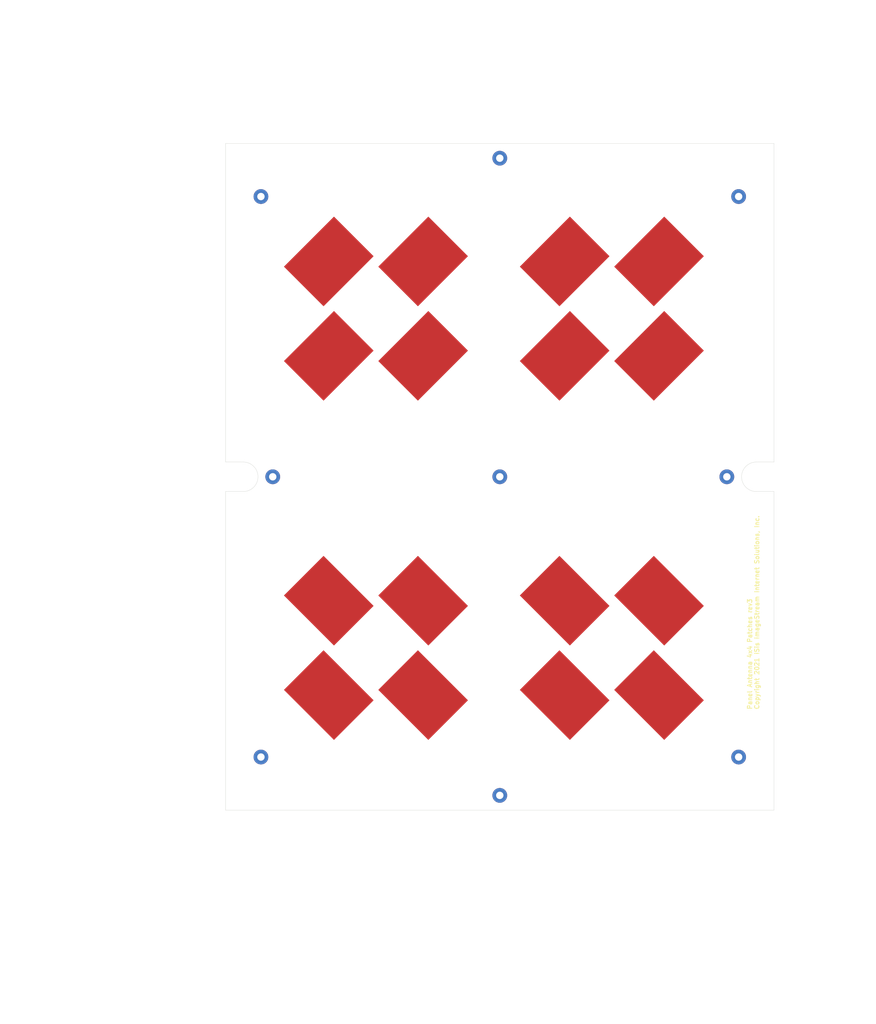
<source format=kicad_pcb>
(kicad_pcb (version 20210126) (generator pcbnew)
  (layers (0 "F.Cu" signal) (31 "B.Cu" signal) (34 "B.Paste" user) (35 "F.Paste" user) (36 "B.SilkS" user "B.Silkscreen") (37 "F.SilkS" user "F.Silkscreen") (38 "B.Mask" user) (39 "F.Mask" user) (44 "Edge.Cuts" user))
  (net 0 "")
  (footprint "Scott-RF-JLCPCB-600um7628-2layer:Patch_5.5_Linear_ApertureCoupled-Wide" (layer "F.Cu") (at 115 187 -135)
    (fp_text reference "REF**" hide)
    (fp_text value "Patch_5.5_Linear_ApertureCoupled-Wide" hide)
    (fp_rect (start -9.5 -12) (end 9.5 12) (layer "F.Cu") (width 0.0001) (fill solid))
  )
  (footprint "MountingHole:MountingHole_2.5mm_Pad_TopBottom" (layer "F.Cu") (at 93 5)
    (fp_text reference "H10" hide)
    (fp_text value "Mounting Hole")
    (pad "1" connect circle (at 0 0) (size 5 5) (layers "B.Cu" "B.Mask"))
    (pad "1" thru_hole circle (at 0 0) (size 2.9 2.9) (drill 2.5) (layers *.Cu *.Mask))
    (pad "1" connect circle (at 0 0) (size 5 5) (layers "F.Cu" "F.Mask"))
  )
  (footprint "Scott-RF-JLCPCB-600um7628-2layer:Patch_5.5_Linear_ApertureCoupled-Wide" (layer "F.Cu") (at 115 155 -135)
    (fp_text reference "REF**" hide)
    (fp_text value "Patch_5.5_Linear_ApertureCoupled-Wide" hide)
    (fp_rect (start -9.5 -12) (end 9.5 12) (layer "F.Cu") (width 0.0001) (fill solid))
  )
  (footprint "MountingHole:MountingHole_2.5mm_Pad_TopBottom" (layer "F.Cu") (at 170 113)
    (fp_text reference "H12" hide)
    (fp_text value "Mounting Hole")
    (pad "1" thru_hole circle (at 0 0) (size 2.9 2.9) (drill 2.5) (layers *.Cu *.Mask))
    (pad "1" connect circle (at 0 0) (size 5 5) (layers "F.Cu" "F.Mask"))
    (pad "1" connect circle (at 0 0) (size 5 5) (layers "B.Cu" "B.Mask"))
  )
  (footprint "Scott-RF-JLCPCB-600um7628-2layer:Patch_5.5_Linear_ApertureCoupled-Wide" (layer "F.Cu") (at 67 72 135)
    (fp_text reference "REF**" hide)
    (fp_text value "Patch_5.5_Linear_ApertureCoupled-Wide" hide)
    (fp_rect (start -9.5 -12) (end 9.5 12) (layer "F.Cu") (width 0.0001) (fill solid))
  )
  (footprint "Scott-RF-JLCPCB-600um7628-2layer:Patch_5.5_Linear_ApertureCoupled-Wide" (layer "F.Cu") (at 35 72 135)
    (fp_text reference "REF**" hide)
    (fp_text value "Patch_5.5_Linear_ApertureCoupled-Wide" hide)
    (fp_rect (start -9.5 -12) (end 9.5 12) (layer "F.Cu") (width 0.0001) (fill solid))
  )
  (footprint "Scott-RF-JLCPCB-600um7628-2layer:Patch_5.5_Linear_ApertureCoupled-Wide" (layer "F.Cu") (at 35 40 135)
    (fp_text reference "REF**" hide)
    (fp_text value "Patch_5.5_Linear_ApertureCoupled-Wide" hide)
    (fp_rect (start -9.5 -12) (end 9.5 12) (layer "F.Cu") (width 0.0001) (fill solid))
  )
  (footprint "Scott-RF-JLCPCB-600um7628-2layer:Patch_5.5_Linear_ApertureCoupled-Wide" (layer "F.Cu") (at 147 72 135)
    (fp_text reference "REF**" hide)
    (fp_text value "Patch_5.5_Linear_ApertureCoupled-Wide" hide)
    (fp_rect (start -9.5 -12) (end 9.5 12) (layer "F.Cu") (width 0.0001) (fill solid))
  )
  (footprint "Scott-RF-JLCPCB-600um7628-2layer:Patch_5.5_Linear_ApertureCoupled-Wide" (layer "F.Cu") (at 67 155 -135)
    (fp_text reference "REF**" hide)
    (fp_text value "Patch_5.5_Linear_ApertureCoupled-Wide" hide)
    (fp_rect (start -9.5 -12) (end 9.5 12) (layer "F.Cu") (width 0.0001) (fill solid))
  )
  (footprint "MountingHole:MountingHole_2.5mm_Pad_TopBottom" (layer "F.Cu") (at 93 113)
    (fp_text reference "H11" hide)
    (fp_text value "Mounting Hole")
    (pad "1" thru_hole circle (at 0 0) (size 2.9 2.9) (drill 2.5) (layers *.Cu *.Mask))
    (pad "1" connect circle (at 0 0) (size 5 5) (layers "B.Cu" "B.Mask"))
    (pad "1" connect circle (at 0 0) (size 5 5) (layers "F.Cu" "F.Mask"))
  )
  (footprint "Scott-RF-JLCPCB-600um7628-2layer:Patch_5.5_Linear_ApertureCoupled-Wide" (layer "F.Cu") (at 67 40 135)
    (fp_text reference "REF**" hide)
    (fp_text value "Patch_5.5_Linear_ApertureCoupled-Wide" hide)
    (fp_rect (start -9.5 -12) (end 9.5 12) (layer "F.Cu") (width 0.0001) (fill solid))
  )
  (footprint "MountingHole:MountingHole_2.5mm_Pad_TopBottom" (layer "F.Cu") (at 174 208 90)
    (fp_text reference "H4" hide)
    (fp_text value "Mounting Hole")
    (pad "1" connect circle (at 0 0 90) (size 5 5) (layers "B.Cu" "B.Mask"))
    (pad "1" thru_hole circle (at 0 0 90) (size 2.9 2.9) (drill 2.5) (layers *.Cu *.Mask))
    (pad "1" connect circle (at 0 0 90) (size 5 5) (layers "F.Cu" "F.Mask"))
  )
  (footprint "Scott-RF-JLCPCB-600um7628-2layer:Patch_5.5_Linear_ApertureCoupled-Wide" (layer "F.Cu") (at 67 187 -135)
    (fp_text reference "REF**" hide)
    (fp_text value "Patch_5.5_Linear_ApertureCoupled-Wide" hide)
    (fp_rect (start -9.5 -12) (end 9.5 12) (layer "F.Cu") (width 0.0001) (fill solid))
  )
  (footprint "Scott-RF-JLCPCB-600um7628-2layer:Patch_5.5_Linear_ApertureCoupled-Wide" (layer "F.Cu") (at 147 187 -135)
    (fp_text reference "REF**" hide)
    (fp_text value "Patch_5.5_Linear_ApertureCoupled-Wide" hide)
    (fp_rect (start -9.5 -12) (end 9.5 12) (layer "F.Cu") (width 0.0001) (fill solid))
  )
  (footprint "Scott-RF-JLCPCB-600um7628-2layer:Patch_5.5_Linear_ApertureCoupled-Wide" (layer "F.Cu") (at 35 155 -135)
    (fp_text reference "REF**" hide)
    (fp_text value "Patch_5.5_Linear_ApertureCoupled-Wide" hide)
    (fp_rect (start -9.5 -12) (end 9.5 12) (layer "F.Cu") (width 0.0001) (fill solid))
  )
  (footprint "Scott-RF-JLCPCB-600um7628-2layer:Patch_5.5_Linear_ApertureCoupled-Wide" (layer "F.Cu") (at 115 72 135)
    (fp_text reference "REF**" hide)
    (fp_text value "Patch_5.5_Linear_ApertureCoupled-Wide" hide)
    (fp_rect (start -9.5 -12) (end 9.5 12) (layer "F.Cu") (width 0.0001) (fill solid))
  )
  (footprint "Scott-RF-JLCPCB-600um7628-2layer:Patch_5.5_Linear_ApertureCoupled-Wide" (layer "F.Cu") (at 147 40 135)
    (fp_text reference "REF**" hide)
    (fp_text value "Patch_5.5_Linear_ApertureCoupled-Wide" hide)
    (fp_rect (start -9.5 -12) (end 9.5 12) (layer "F.Cu") (width 0.0001) (fill solid))
  )
  (footprint "Scott-RF-JLCPCB-600um7628-2layer:Patch_5.5_Linear_ApertureCoupled-Wide" (layer "F.Cu") (at 115 40 135)
    (fp_text reference "REF**" hide)
    (fp_text value "Patch_5.5_Linear_ApertureCoupled-Wide" hide)
    (fp_rect (start -9.5 -12) (end 9.5 12) (layer "F.Cu") (width 0.0001) (fill solid))
  )
  (footprint "MountingHole:MountingHole_2.5mm_Pad_TopBottom" (layer "F.Cu") (at 93 221)
    (fp_text reference "H9" hide)
    (fp_text value "Mounting Hole")
    (pad "1" connect circle (at 0 0) (size 5 5) (layers "B.Cu" "B.Mask"))
    (pad "1" thru_hole circle (at 0 0) (size 2.9 2.9) (drill 2.5) (layers *.Cu *.Mask))
    (pad "1" connect circle (at 0 0) (size 5 5) (layers "F.Cu" "F.Mask"))
  )
  (footprint "Scott-RF-JLCPCB-600um7628-2layer:Patch_5.5_Linear_ApertureCoupled-Wide" (layer "F.Cu") (at 35 187 -135)
    (fp_text reference "REF**" hide)
    (fp_text value "Patch_5.5_Linear_ApertureCoupled-Wide" hide)
    (fp_rect (start -9.5 -12) (end 9.5 12) (layer "F.Cu") (width 0.0001) (fill solid))
  )
  (footprint "MountingHole:MountingHole_2.5mm_Pad_TopBottom" (layer "F.Cu") (at 174 18)
    (fp_text reference "H2" hide)
    (fp_text value "Mounting Hole")
    (pad "1" connect circle (at 0 0) (size 5 5) (layers "B.Cu" "B.Mask"))
    (pad "1" thru_hole circle (at 0 0) (size 2.9 2.9) (drill 2.5) (layers *.Cu *.Mask))
    (pad "1" connect circle (at 0 0) (size 5 5) (layers "F.Cu" "F.Mask"))
  )
  (footprint "MountingHole:MountingHole_2.5mm_Pad_TopBottom" (layer "F.Cu") (at 12 208)
    (fp_text reference "H3" hide)
    (fp_text value "Mounting Hole")
    (pad "1" connect circle (at 0 0) (size 5 5) (layers "F.Cu" "F.Mask"))
    (pad "1" connect circle (at 0 0) (size 5 5) (layers "B.Cu" "B.Mask"))
    (pad "1" thru_hole circle (at 0 0) (size 2.9 2.9) (drill 2.5) (layers *.Cu *.Mask))
  )
  (footprint "Scott-RF-JLCPCB-600um7628-2layer:Patch_5.5_Linear_ApertureCoupled-Wide" (layer "F.Cu") (at 147 155 -135)
    (fp_text reference "REF**" hide)
    (fp_text value "Patch_5.5_Linear_ApertureCoupled-Wide" hide)
    (fp_rect (start -9.5 -12) (end 9.5 12) (layer "F.Cu") (width 0.0001) (fill solid))
  )
  (footprint "MountingHole:MountingHole_2.5mm_Pad_TopBottom" (layer "F.Cu") (at 12 18)
    (fp_text reference "H1" hide)
    (fp_text value "Mounting Hole")
    (pad "1" connect circle (at 0 0) (size 5 5) (layers "F.Cu" "F.Mask"))
    (pad "1" thru_hole circle (at 0 0) (size 2.9 2.9) (drill 2.5) (layers *.Cu *.Mask))
    (pad "1" connect circle (at 0 0) (size 5 5) (layers "B.Cu" "B.Mask"))
  )
  (footprint "MountingHole:MountingHole_2.5mm_Pad_TopBottom" (layer "F.Cu") (at 16 113)
    (fp_text reference "H11" hide)
    (fp_text value "Mounting Hole")
    (pad "1" connect circle (at 0 0) (size 5 5) (layers "B.Cu" "B.Mask"))
    (pad "1" connect circle (at 0 0) (size 5 5) (layers "F.Cu" "F.Mask"))
    (pad "1" thru_hole circle (at 0 0) (size 2.9 2.9) (drill 2.5) (layers *.Cu *.Mask))
  )
  (gr_line (start 6 118) (end 0 118) (layer "Edge.Cuts") (width 0.1))
  (gr_line (start 186 118) (end 186 226) (layer "Edge.Cuts") (width 0.1))
  (gr_line (start 180 108) (end 186 108) (layer "Edge.Cuts") (width 0.1))
  (gr_line (start 0 0) (end 186 0) (layer "Edge.Cuts") (width 0.1))
  (gr_arc (start 6 113) (end 6 118) (angle -180) (layer "Edge.Cuts") (width 0.1))
  (gr_line (start 0 226) (end 0 118) (layer "Edge.Cuts") (width 0.1))
  (gr_arc (start 180 113) (end 180 108) (angle -180) (layer "Edge.Cuts") (width 0.1))
  (gr_line (start 180 118) (end 186 118) (layer "Edge.Cuts") (width 0.1))
  (gr_line (start 0 108) (end 0 0) (layer "Edge.Cuts") (width 0.1))
  (gr_line (start 0 226) (end 186 226) (layer "Edge.Cuts") (width 0.1))
  (gr_line (start 6 108) (end 0 108) (layer "Edge.Cuts") (width 0.1))
  (gr_line (start 186 0) (end 186 108) (layer "Edge.Cuts") (width 0.1))
  (gr_text "Panel Antenna 4x4 Patches rev3\nCopyright 2021 ISis ImageStream Internet Solutions, Inc." (at 179 192 90) (layer "F.SilkS") (effects (font (size 1.5 1.5) (thickness 0.3)) (justify left)))
)
</source>
